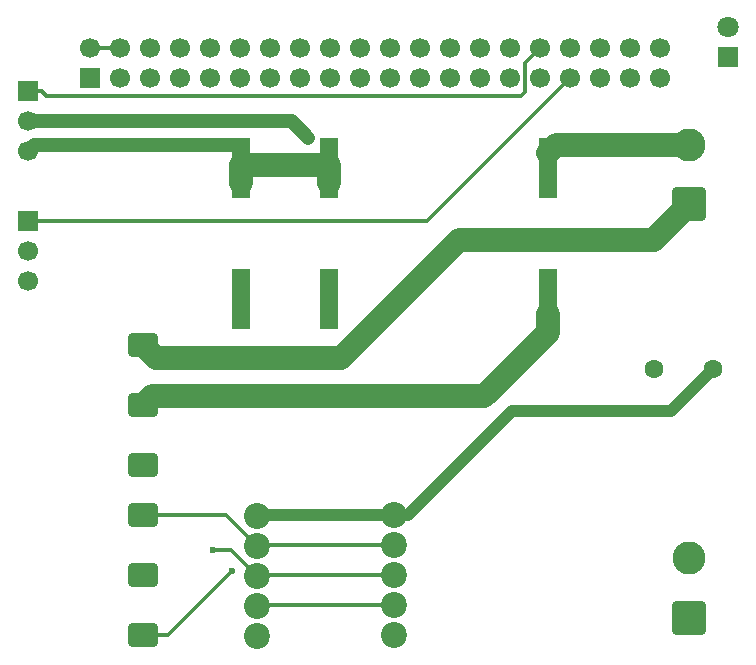
<source format=gbr>
%TF.GenerationSoftware,KiCad,Pcbnew,9.0.3*%
%TF.CreationDate,2025-08-26T20:29:16+05:30*%
%TF.ProjectId,01,30312e6b-6963-4616-945f-706362585858,rev?*%
%TF.SameCoordinates,Original*%
%TF.FileFunction,Copper,L1,Top*%
%TF.FilePolarity,Positive*%
%FSLAX46Y46*%
G04 Gerber Fmt 4.6, Leading zero omitted, Abs format (unit mm)*
G04 Created by KiCad (PCBNEW 9.0.3) date 2025-08-26 20:29:16*
%MOMM*%
%LPD*%
G01*
G04 APERTURE LIST*
G04 Aperture macros list*
%AMRoundRect*
0 Rectangle with rounded corners*
0 $1 Rounding radius*
0 $2 $3 $4 $5 $6 $7 $8 $9 X,Y pos of 4 corners*
0 Add a 4 corners polygon primitive as box body*
4,1,4,$2,$3,$4,$5,$6,$7,$8,$9,$2,$3,0*
0 Add four circle primitives for the rounded corners*
1,1,$1+$1,$2,$3*
1,1,$1+$1,$4,$5*
1,1,$1+$1,$6,$7*
1,1,$1+$1,$8,$9*
0 Add four rect primitives between the rounded corners*
20,1,$1+$1,$2,$3,$4,$5,0*
20,1,$1+$1,$4,$5,$6,$7,0*
20,1,$1+$1,$6,$7,$8,$9,0*
20,1,$1+$1,$8,$9,$2,$3,0*%
G04 Aperture macros list end*
%TA.AperFunction,ComponentPad*%
%ADD10RoundRect,0.300000X-0.950000X-0.700000X0.950000X-0.700000X0.950000X0.700000X-0.950000X0.700000X0*%
%TD*%
%TA.AperFunction,ComponentPad*%
%ADD11R,1.500000X2.550000*%
%TD*%
%TA.AperFunction,ComponentPad*%
%ADD12RoundRect,0.250001X1.149999X-1.149999X1.149999X1.149999X-1.149999X1.149999X-1.149999X-1.149999X0*%
%TD*%
%TA.AperFunction,ComponentPad*%
%ADD13C,2.800000*%
%TD*%
%TA.AperFunction,ComponentPad*%
%ADD14R,1.700000X1.700000*%
%TD*%
%TA.AperFunction,ComponentPad*%
%ADD15C,1.700000*%
%TD*%
%TA.AperFunction,ComponentPad*%
%ADD16C,1.600000*%
%TD*%
%TA.AperFunction,ComponentPad*%
%ADD17R,1.800000X1.800000*%
%TD*%
%TA.AperFunction,ComponentPad*%
%ADD18C,1.800000*%
%TD*%
%TA.AperFunction,ComponentPad*%
%ADD19C,2.200000*%
%TD*%
%TA.AperFunction,ViaPad*%
%ADD20C,0.600000*%
%TD*%
%TA.AperFunction,ViaPad*%
%ADD21C,1.000000*%
%TD*%
%TA.AperFunction,Conductor*%
%ADD22C,0.300000*%
%TD*%
%TA.AperFunction,Conductor*%
%ADD23C,0.200000*%
%TD*%
%TA.AperFunction,Conductor*%
%ADD24C,1.200000*%
%TD*%
%TA.AperFunction,Conductor*%
%ADD25C,2.000000*%
%TD*%
%TA.AperFunction,Conductor*%
%ADD26C,1.000000*%
%TD*%
G04 APERTURE END LIST*
D10*
%TO.P,SW1,1,C*%
%TO.N,Net-(P1-Positive)*%
X81680000Y-68660000D03*
%TO.P,SW1,2,B*%
%TO.N,Net-(SW1-B)*%
X81680000Y-73740000D03*
%TO.P,SW1,3,A*%
%TO.N,unconnected-(SW1-A-Pad3)*%
X81680000Y-78820000D03*
%TD*%
D11*
%TO.P,VR1,1,IN-*%
%TO.N,Net-(P1-Negative)*%
X115930000Y-52438000D03*
X115930000Y-54978000D03*
%TO.P,VR1,2,IN+*%
%TO.N,Net-(SW1-B)*%
X115930000Y-63502000D03*
X115930000Y-66042000D03*
%TO.P,VR1,3,8V+*%
%TO.N,Net-(M1-+)*%
X97388000Y-63502000D03*
X97388000Y-66042000D03*
%TO.P,VR1,4,GND*%
%TO.N,unconnected-(VR1-GND-Pad4)*%
X97388000Y-52438000D03*
X97388000Y-54978000D03*
%TO.P,VR1,5,GND*%
%TO.N,Net-(D1-K)*%
X89930000Y-52438000D03*
X89930000Y-54978000D03*
%TO.P,VR1,6,5V+*%
%TO.N,Net-(J1-VCC)*%
X89930000Y-63502000D03*
X89930000Y-66042000D03*
%TD*%
D12*
%TO.P,P2,1,Positive*%
%TO.N,Net-(J1-VCC)*%
X127930000Y-91740000D03*
D13*
%TO.P,P2,2,Negative*%
%TO.N,Net-(D1-K)*%
X127930000Y-86740000D03*
%TD*%
D14*
%TO.P,RPI1,1,3V3*%
%TO.N,Net-(RPI1-3V3-Pad1)*%
X77200000Y-46040000D03*
D15*
%TO.P,RPI1,2,5V*%
%TO.N,Net-(RPI1-5V-Pad2)*%
X77200000Y-43500000D03*
%TO.P,RPI1,3,SDA_I2C1/GPIO02*%
%TO.N,Net-(J1-SDA)*%
X79740000Y-46040000D03*
%TO.P,RPI1,4,5V*%
%TO.N,Net-(RPI1-5V-Pad2)*%
X79740000Y-43500000D03*
%TO.P,RPI1,5,SCL_I2C1/GPIO03*%
%TO.N,Net-(J1-SCL)*%
X82280000Y-46040000D03*
%TO.P,RPI1,6,GND*%
%TO.N,Net-(D1-K)*%
X82280000Y-43500000D03*
%TO.P,RPI1,7,GPCLK0/GPIO04*%
%TO.N,unconnected-(RPI1-GPCLK0{slash}GPIO04-Pad7)*%
X84820000Y-46040000D03*
%TO.P,RPI1,8,GPIO14/UART_TXD*%
%TO.N,unconnected-(RPI1-GPIO14{slash}UART_TXD-Pad8)*%
X84820000Y-43500000D03*
%TO.P,RPI1,9,GND*%
%TO.N,Net-(D1-K)*%
X87360000Y-46040000D03*
%TO.P,RPI1,10,GPIO15/UART_RXD*%
%TO.N,unconnected-(RPI1-GPIO15{slash}UART_RXD-Pad10)*%
X87360000Y-43500000D03*
%TO.P,RPI1,11,GPIO17/SPI1_~{CE1}*%
%TO.N,Net-(J1-XSHUT)*%
X89900000Y-46040000D03*
%TO.P,RPI1,12,GPIO18/SPI1_~{CE0}/PCM_CLK/PWM0*%
%TO.N,unconnected-(RPI1-GPIO18{slash}SPI1_~{CE0}{slash}PCM_CLK{slash}PWM0-Pad12)*%
X89900000Y-43500000D03*
%TO.P,RPI1,13,GPIO27/SDIO_DAT3*%
%TO.N,Net-(J2-XSHUT)*%
X92440000Y-46040000D03*
%TO.P,RPI1,14,GND*%
%TO.N,Net-(D1-K)*%
X92440000Y-43500000D03*
%TO.P,RPI1,15,GPIO22/SDIO_CLK*%
%TO.N,Net-(RPI1-GPIO22{slash}SDIO_CLK)*%
X94980000Y-46040000D03*
%TO.P,RPI1,16,GPIO23/SDIO_CMD*%
%TO.N,unconnected-(RPI1-GPIO23{slash}SDIO_CMD-Pad16)*%
X94980000Y-43500000D03*
%TO.P,RPI1,17,3V3*%
%TO.N,Net-(RPI1-3V3-Pad1)*%
X97520000Y-46040000D03*
%TO.P,RPI1,18,GPIO24/SDIO_DAT0*%
%TO.N,unconnected-(RPI1-GPIO24{slash}SDIO_DAT0-Pad18)*%
X97520000Y-43500000D03*
%TO.P,RPI1,19,MOSI_SPI0/GPIO10*%
%TO.N,unconnected-(RPI1-MOSI_SPI0{slash}GPIO10-Pad19)*%
X100060000Y-46040000D03*
%TO.P,RPI1,20,GND*%
%TO.N,Net-(D1-K)*%
X100060000Y-43500000D03*
%TO.P,RPI1,21,MISO_SPI0/GPIO09*%
%TO.N,unconnected-(RPI1-MISO_SPI0{slash}GPIO09-Pad21)*%
X102600000Y-46040000D03*
%TO.P,RPI1,22,GPIO25/SDIO_DAT1*%
%TO.N,unconnected-(RPI1-GPIO25{slash}SDIO_DAT1-Pad22)*%
X102600000Y-43500000D03*
%TO.P,RPI1,23,SCLK_SPI0/GPIO11*%
%TO.N,unconnected-(RPI1-SCLK_SPI0{slash}GPIO11-Pad23)*%
X105140000Y-46040000D03*
%TO.P,RPI1,24,~{CE0}_SPI0/GPIO08*%
%TO.N,unconnected-(RPI1-~{CE0}_SPI0{slash}GPIO08-Pad24)*%
X105140000Y-43500000D03*
%TO.P,RPI1,25,GND*%
%TO.N,Net-(D1-K)*%
X107680000Y-46040000D03*
%TO.P,RPI1,26,~{CE1}_SPI0/GPIO07*%
%TO.N,Net-(D1-A)*%
X107680000Y-43500000D03*
%TO.P,RPI1,27,ID_SD_I2C0/GPIO00*%
%TO.N,unconnected-(RPI1-ID_SD_I2C0{slash}GPIO00-Pad27)*%
X110220000Y-46040000D03*
%TO.P,RPI1,28,ID_SC_I2C0/GPIO01*%
%TO.N,unconnected-(RPI1-ID_SC_I2C0{slash}GPIO01-Pad28)*%
X110220000Y-43500000D03*
%TO.P,RPI1,29,GPCLK1/GPIO05*%
%TO.N,unconnected-(RPI1-GPCLK1{slash}GPIO05-Pad29)*%
X112760000Y-46040000D03*
%TO.P,RPI1,30,GND*%
%TO.N,Net-(D1-K)*%
X112760000Y-43500000D03*
%TO.P,RPI1,31,GPCLK2/GPIO06*%
%TO.N,unconnected-(RPI1-GPCLK2{slash}GPIO06-Pad31)*%
X115300000Y-46040000D03*
%TO.P,RPI1,32,GPIO12/PWM0*%
%TO.N,Net-(M1-PWM)*%
X115300000Y-43500000D03*
%TO.P,RPI1,33,GPIO13/PWM1*%
%TO.N,Net-(M2-PWM)*%
X117840000Y-46040000D03*
%TO.P,RPI1,34,GND*%
%TO.N,Net-(D1-K)*%
X117840000Y-43500000D03*
%TO.P,RPI1,35,GPIO19/SPI1_MISO/PCM_FS*%
%TO.N,unconnected-(RPI1-GPIO19{slash}SPI1_MISO{slash}PCM_FS-Pad35)*%
X120380000Y-46040000D03*
%TO.P,RPI1,36,GPIO16/SPI1_~{CE2}*%
%TO.N,unconnected-(RPI1-GPIO16{slash}SPI1_~{CE2}-Pad36)*%
X120380000Y-43500000D03*
%TO.P,RPI1,37,GPIO26/SDIO_DAT2*%
%TO.N,unconnected-(RPI1-GPIO26{slash}SDIO_DAT2-Pad37)*%
X122920000Y-46040000D03*
%TO.P,RPI1,38,GPIO20/SPI1_MOSI/PCM_DIN/PWM1*%
%TO.N,unconnected-(RPI1-GPIO20{slash}SPI1_MOSI{slash}PCM_DIN{slash}PWM1-Pad38)*%
X122920000Y-43500000D03*
%TO.P,RPI1,39,GND*%
%TO.N,Net-(D1-K)*%
X125460000Y-46040000D03*
%TO.P,RPI1,40,GPIO21/SPI1_SCLK/PCM_DOUT*%
%TO.N,unconnected-(RPI1-GPIO21{slash}SPI1_SCLK{slash}PCM_DOUT-Pad40)*%
X125460000Y-43500000D03*
%TD*%
D16*
%TO.P,C1,1*%
%TO.N,Net-(D1-K)*%
X124930000Y-70740000D03*
%TO.P,C1,2*%
%TO.N,Net-(J1-VCC)*%
X129930000Y-70740000D03*
%TD*%
D12*
%TO.P,P1,1,Positive*%
%TO.N,Net-(P1-Positive)*%
X127897500Y-56740000D03*
D13*
%TO.P,P1,2,Negative*%
%TO.N,Net-(P1-Negative)*%
X127897500Y-51740000D03*
%TD*%
D10*
%TO.P,SW2,1,C*%
%TO.N,Net-(D1-K)*%
X81680000Y-83080000D03*
%TO.P,SW2,2,B*%
%TO.N,Net-(RPI1-GPIO22{slash}SDIO_CLK)*%
X81680000Y-88160000D03*
%TO.P,SW2,3,A*%
%TO.N,Net-(J1-VCC)*%
X81680000Y-93240000D03*
%TD*%
D17*
%TO.P,Stat,1,K*%
%TO.N,Net-(D1-K)*%
X131180000Y-44260000D03*
D18*
%TO.P,Stat,2,A*%
%TO.N,Net-(D1-A)*%
X131180000Y-41720000D03*
%TD*%
D19*
%TO.P,J2,1,VCC*%
%TO.N,Net-(J1-VCC)*%
X91342500Y-83160000D03*
%TO.P,J2,2,GND*%
%TO.N,Net-(D1-K)*%
X91342500Y-85700000D03*
%TO.P,J2,3,SDA*%
%TO.N,Net-(J1-SDA)*%
X91342500Y-88240000D03*
%TO.P,J2,4,SCL*%
%TO.N,Net-(J1-SCL)*%
X91342500Y-90780000D03*
%TO.P,J2,5,XSHUT*%
%TO.N,Net-(J2-XSHUT)*%
X91342500Y-93320000D03*
%TD*%
D14*
%TO.P,M1,1,PWM*%
%TO.N,Net-(M1-PWM)*%
X71930000Y-47200000D03*
D15*
%TO.P,M1,2,+*%
%TO.N,Net-(M1-+)*%
X71930000Y-49740000D03*
%TO.P,M1,3,-*%
%TO.N,Net-(D1-K)*%
X71930000Y-52280000D03*
%TD*%
D19*
%TO.P,J1,1,VCC*%
%TO.N,Net-(J1-VCC)*%
X102930000Y-83080000D03*
%TO.P,J1,2,GND*%
%TO.N,Net-(D1-K)*%
X102930000Y-85620000D03*
%TO.P,J1,3,SDA*%
%TO.N,Net-(J1-SDA)*%
X102930000Y-88160000D03*
%TO.P,J1,4,SCL*%
%TO.N,Net-(J1-SCL)*%
X102930000Y-90700000D03*
%TO.P,J1,5,XSHUT*%
%TO.N,Net-(J1-XSHUT)*%
X102930000Y-93240000D03*
%TD*%
D14*
%TO.P,M2,1,PWM*%
%TO.N,Net-(M2-PWM)*%
X71930000Y-58200000D03*
D15*
%TO.P,M2,2,+*%
%TO.N,unconnected-(M2-+-Pad2)*%
X71930000Y-60740000D03*
%TO.P,M2,3,-*%
%TO.N,Net-(D1-K)*%
X71930000Y-63280000D03*
%TD*%
D20*
%TO.N,Net-(J1-VCC)*%
X89225000Y-87818200D03*
%TO.N,Net-(J1-SDA)*%
X87567800Y-85987300D03*
D21*
%TO.N,Net-(M1-+)*%
X95612400Y-51108900D03*
%TD*%
D22*
%TO.N,*%
X81680000Y-83080000D02*
X88722500Y-83080000D01*
X88722500Y-83080000D02*
X91342500Y-85700000D01*
D23*
X91422500Y-85620000D02*
X91342500Y-85700000D01*
D24*
X72470000Y-51740000D02*
X89930000Y-51740000D01*
D25*
X97388000Y-54978000D02*
X97388000Y-53401300D01*
X89930000Y-53401300D02*
X97388000Y-53401300D01*
D22*
X102930000Y-85620000D02*
X91422500Y-85620000D01*
D24*
X89930000Y-51740000D02*
X89930000Y-52438000D01*
X71930000Y-52280000D02*
X72470000Y-51740000D01*
D25*
X89930000Y-54978000D02*
X89930000Y-53401300D01*
D22*
%TO.N,Net-(J1-VCC)*%
X83803200Y-93240000D02*
X89225000Y-87818200D01*
D26*
X104090000Y-83080000D02*
X102930000Y-83080000D01*
X102930000Y-83080000D02*
X91422500Y-83080000D01*
D22*
X81680000Y-93240000D02*
X83803200Y-93240000D01*
D23*
X91422500Y-83080000D02*
X91342500Y-83160000D01*
X89225000Y-87818200D02*
X89225000Y-87819800D01*
D26*
X126406200Y-74263800D02*
X112906200Y-74263800D01*
X129930000Y-70740000D02*
X126406200Y-74263800D01*
X112906200Y-74263800D02*
X104090000Y-83080000D01*
D23*
X89225000Y-87819800D02*
X89225000Y-87818200D01*
%TO.N,Net-(J1-SCL)*%
X91422500Y-90700000D02*
X91342500Y-90780000D01*
D22*
X102930000Y-90700000D02*
X91422500Y-90700000D01*
%TO.N,Net-(J1-SDA)*%
X89089800Y-85987300D02*
X87567800Y-85987300D01*
X91342500Y-88240000D02*
X89089800Y-85987300D01*
D23*
X91764000Y-88160000D02*
X91722700Y-88160000D01*
X91722700Y-88160000D02*
X91422500Y-88160000D01*
X91422500Y-88160000D02*
X91342500Y-88240000D01*
D22*
X102930000Y-88160000D02*
X91764000Y-88160000D01*
D25*
%TO.N,Net-(P1-Positive)*%
X108430000Y-59740000D02*
X98430000Y-69740000D01*
X98430000Y-69740000D02*
X82760000Y-69740000D01*
X127897500Y-56740000D02*
X124897500Y-59740000D01*
X124897500Y-59740000D02*
X108430000Y-59740000D01*
X82760000Y-69740000D02*
X81680000Y-68660000D01*
D22*
%TO.N,Net-(M1-PWM)*%
X114030000Y-47240000D02*
X114030000Y-44770000D01*
X114030000Y-44770000D02*
X115300000Y-43500000D01*
X71930000Y-47200000D02*
X73081700Y-47200000D01*
X73081700Y-47200000D02*
X73483400Y-47601700D01*
X73483400Y-47601700D02*
X113668300Y-47601700D01*
X113668300Y-47601700D02*
X114030000Y-47240000D01*
D23*
%TO.N,Net-(M1-+)*%
X95585900Y-51082400D02*
X95612400Y-51108900D01*
X95612400Y-51108900D02*
X95585900Y-51082400D01*
D24*
X71930000Y-49740000D02*
X94243500Y-49740000D01*
X94243500Y-49740000D02*
X95612400Y-51108900D01*
D22*
%TO.N,Net-(M2-PWM)*%
X117840000Y-46040000D02*
X105680000Y-58200000D01*
X105680000Y-58200000D02*
X71930000Y-58200000D01*
%TO.N,Net-(RPI1-5V-Pad2)*%
X79740000Y-43500000D02*
X77200000Y-43500000D01*
D25*
%TO.N,Net-(P1-Negative)*%
X116628000Y-51740000D02*
X115930000Y-52438000D01*
D23*
X127897500Y-51740000D02*
X127018800Y-50861300D01*
D25*
X127897500Y-51740000D02*
X116628000Y-51740000D01*
%TO.N,Net-(SW1-B)*%
X115930000Y-67618700D02*
X115930000Y-66042000D01*
X82430000Y-72990000D02*
X110558700Y-72990000D01*
X81680000Y-73740000D02*
X82430000Y-72990000D01*
X110558700Y-72990000D02*
X115930000Y-67618700D01*
%TD*%
M02*

</source>
